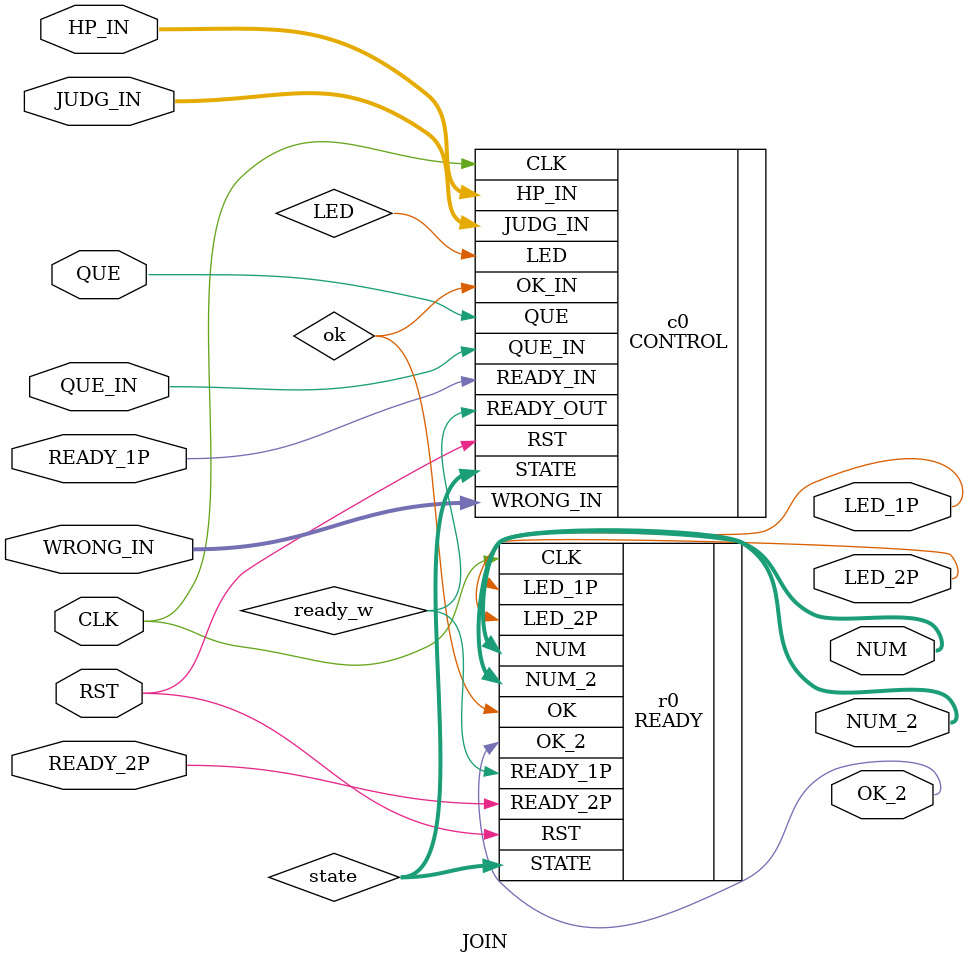
<source format=v>
module JOIN(
    input CLK, RST, READY_1P, READY_2P, QUE, QUE_IN,  
    input [1:0] WRONG_IN, JUDG_IN, HP_IN,
    output OK_2, LED_1P, LED_2P,
    output [3:0] NUM, NUM_2
);

wire ready_w, ok;
wire [3:0] state; 

READY r0(.CLK(CLK), .RST(RST), .READY_1P(ready_w), .READY_2P(READY_2P), .OK(ok), .OK_2(OK_2), .STATE(state), .NUM(NUM), .NUM_2(NUM_2), .LED_2P(LED_2P), .LED_1P(LED_1P));
CONTROL c0(.CLK(CLK), .RST(RST), .READY_OUT(ready_w), .OK_IN(ok), .STATE(state), .QUE(QUE), .JUDG_IN(JUDG_IN), .WRONG_IN(WRONG_IN), .QUE_IN(QUE_IN), .READY_IN(READY_1P),
           .HP_IN(HP_IN), .LED(LED));
endmodule
</source>
